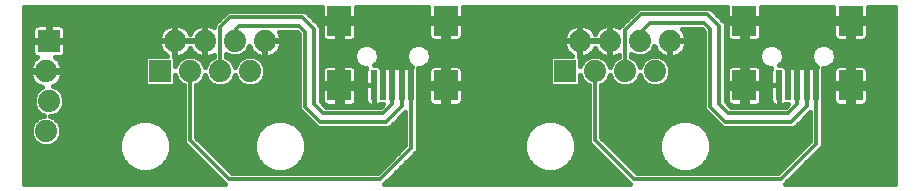
<source format=gtl>
G75*
G70*
%OFA0B0*%
%FSLAX24Y24*%
%IPPOS*%
%LPD*%
%AMOC8*
5,1,8,0,0,1.08239X$1,22.5*
%
%ADD10C,0.0740*%
%ADD11R,0.0740X0.0740*%
%ADD12R,0.0197X0.0984*%
%ADD13R,0.0787X0.0984*%
%ADD14C,0.0160*%
%ADD15C,0.0376*%
%ADD16C,0.0140*%
D10*
X001130Y004892D03*
X001230Y005892D03*
X001130Y006892D03*
X005430Y007892D03*
X006430Y007892D03*
X007430Y007892D03*
X008430Y007892D03*
X007930Y006892D03*
X006930Y006892D03*
X005930Y006892D03*
X018930Y007892D03*
X019930Y007892D03*
X020930Y007892D03*
X021930Y007892D03*
X021430Y006892D03*
X020430Y006892D03*
X019430Y006892D03*
D11*
X018430Y006892D03*
X004930Y006892D03*
X001230Y007892D03*
D12*
X012050Y006408D03*
X012365Y006408D03*
X012680Y006408D03*
X012995Y006408D03*
X013310Y006408D03*
X025550Y006408D03*
X025865Y006408D03*
X026180Y006408D03*
X026495Y006408D03*
X026810Y006408D03*
D13*
X027952Y006408D03*
X024408Y006408D03*
X024408Y008573D03*
X027952Y008573D03*
X014452Y008573D03*
X010908Y008573D03*
X010908Y006408D03*
X014452Y006408D03*
D14*
X000410Y009032D02*
X000410Y003122D01*
X007103Y003122D01*
X005720Y004505D01*
X005720Y006427D01*
X005641Y006460D01*
X005498Y006603D01*
X005440Y006742D01*
X005440Y006464D01*
X005358Y006382D01*
X004502Y006382D01*
X004420Y006464D01*
X004420Y007320D01*
X004502Y007402D01*
X005180Y007402D01*
X005142Y007422D01*
X005072Y007472D01*
X005010Y007534D01*
X004960Y007604D01*
X004920Y007681D01*
X004894Y007763D01*
X004880Y007849D01*
X004880Y007874D01*
X005412Y007874D01*
X005412Y007910D01*
X004880Y007910D01*
X004880Y007935D01*
X004894Y008021D01*
X004920Y008103D01*
X004960Y008180D01*
X005010Y008250D01*
X005072Y008311D01*
X005142Y008362D01*
X005219Y008402D01*
X005301Y008428D01*
X005387Y008442D01*
X005412Y008442D01*
X005412Y007910D01*
X005448Y007910D01*
X005448Y008442D01*
X005473Y008442D01*
X005559Y008428D01*
X005641Y008402D01*
X005718Y008362D01*
X005788Y008311D01*
X005850Y008250D01*
X005900Y008180D01*
X005930Y008122D01*
X005960Y008180D01*
X006010Y008250D01*
X006072Y008311D01*
X006142Y008362D01*
X006219Y008402D01*
X006301Y008428D01*
X006387Y008442D01*
X006412Y008442D01*
X006412Y007910D01*
X006448Y007910D01*
X006448Y008442D01*
X006473Y008442D01*
X006559Y008428D01*
X006641Y008402D01*
X006718Y008362D01*
X006720Y008361D01*
X006720Y008429D01*
X006843Y008552D01*
X007193Y008902D01*
X009767Y008902D01*
X009890Y008779D01*
X010290Y008379D01*
X010290Y005879D01*
X010467Y005702D01*
X012293Y005702D01*
X012367Y005776D01*
X012263Y005776D01*
X012259Y005772D01*
X012218Y005748D01*
X012172Y005736D01*
X012050Y005736D01*
X012050Y006408D01*
X012050Y006408D01*
X011772Y006408D01*
X011772Y006924D01*
X011784Y006969D01*
X011793Y006985D01*
X011733Y006985D01*
X011583Y007047D01*
X011469Y007161D01*
X011407Y007311D01*
X011407Y007473D01*
X011469Y007623D01*
X011583Y007737D01*
X011733Y007799D01*
X011895Y007799D01*
X012044Y007737D01*
X012159Y007623D01*
X012221Y007473D01*
X012221Y007311D01*
X012159Y007161D01*
X012078Y007080D01*
X012172Y007080D01*
X012218Y007068D01*
X012259Y007044D01*
X012263Y007040D01*
X012521Y007040D01*
X012523Y007039D01*
X012524Y007040D01*
X012836Y007040D01*
X012837Y007039D01*
X012839Y007040D01*
X013151Y007040D01*
X013152Y007039D01*
X013154Y007040D01*
X013332Y007040D01*
X013316Y007047D01*
X013201Y007161D01*
X013139Y007311D01*
X013139Y007473D01*
X013201Y007623D01*
X013316Y007737D01*
X013465Y007799D01*
X013627Y007799D01*
X013777Y007737D01*
X013891Y007623D01*
X013953Y007473D01*
X013953Y007311D01*
X013891Y007161D01*
X013777Y007047D01*
X013627Y006985D01*
X013521Y006985D01*
X013548Y006958D01*
X013548Y005858D01*
X013520Y005829D01*
X013520Y004235D01*
X012490Y003205D01*
X012407Y003122D01*
X020603Y003122D01*
X019343Y004382D01*
X019220Y004505D01*
X019220Y006427D01*
X019141Y006460D01*
X018998Y006603D01*
X018940Y006742D01*
X018940Y006464D01*
X018858Y006382D01*
X018002Y006382D01*
X017920Y006464D01*
X017920Y007320D01*
X018002Y007402D01*
X018680Y007402D01*
X018642Y007422D01*
X018572Y007472D01*
X018510Y007534D01*
X018460Y007604D01*
X018420Y007681D01*
X018394Y007763D01*
X018380Y007849D01*
X018380Y007874D01*
X018912Y007874D01*
X018912Y007910D01*
X018380Y007910D01*
X018380Y007935D01*
X018394Y008021D01*
X018420Y008103D01*
X018460Y008180D01*
X018510Y008250D01*
X018572Y008311D01*
X018642Y008362D01*
X018719Y008402D01*
X018801Y008428D01*
X018887Y008442D01*
X018912Y008442D01*
X018912Y007910D01*
X018948Y007910D01*
X019380Y007910D01*
X019912Y007910D01*
X019912Y007874D01*
X018948Y007874D01*
X018948Y007910D01*
X018948Y008442D01*
X018973Y008442D01*
X019059Y008428D01*
X019141Y008402D01*
X019218Y008362D01*
X019288Y008311D01*
X019350Y008250D01*
X019400Y008180D01*
X019430Y008122D01*
X019460Y008180D01*
X019510Y008250D01*
X019572Y008311D01*
X019642Y008362D01*
X019719Y008402D01*
X019801Y008428D01*
X019887Y008442D01*
X019912Y008442D01*
X019912Y007910D01*
X019948Y007910D01*
X019948Y008442D01*
X019973Y008442D01*
X020059Y008428D01*
X020141Y008402D01*
X020218Y008362D01*
X020239Y008348D01*
X020343Y008452D01*
X020893Y009002D01*
X023267Y009002D01*
X023390Y008879D01*
X023790Y008479D01*
X023790Y005879D01*
X023967Y005702D01*
X025793Y005702D01*
X025867Y005776D01*
X025763Y005776D01*
X025759Y005772D01*
X025718Y005748D01*
X025672Y005736D01*
X025550Y005736D01*
X025550Y006408D01*
X025550Y006408D01*
X025272Y006408D01*
X025272Y006924D01*
X025284Y006969D01*
X025293Y006985D01*
X025233Y006985D01*
X025083Y007047D01*
X024969Y007161D01*
X024907Y007311D01*
X024907Y007473D01*
X024969Y007623D01*
X025083Y007737D01*
X025233Y007799D01*
X025395Y007799D01*
X025544Y007737D01*
X025659Y007623D01*
X025721Y007473D01*
X025721Y007311D01*
X025659Y007161D01*
X025578Y007080D01*
X025672Y007080D01*
X025718Y007068D01*
X025759Y007044D01*
X025763Y007040D01*
X026021Y007040D01*
X026023Y007039D01*
X026024Y007040D01*
X026336Y007040D01*
X026337Y007039D01*
X026339Y007040D01*
X026651Y007040D01*
X026652Y007039D01*
X026654Y007040D01*
X026832Y007040D01*
X026816Y007047D01*
X026701Y007161D01*
X026639Y007311D01*
X026639Y007473D01*
X026701Y007623D01*
X026816Y007737D01*
X026965Y007799D01*
X027127Y007799D01*
X027277Y007737D01*
X027391Y007623D01*
X027453Y007473D01*
X027453Y007311D01*
X027391Y007161D01*
X027277Y007047D01*
X027127Y006985D01*
X027021Y006985D01*
X027048Y006958D01*
X027048Y005858D01*
X027020Y005829D01*
X027020Y004385D01*
X025840Y003205D01*
X025757Y003122D01*
X029442Y003122D01*
X029442Y009032D01*
X028525Y009032D01*
X028525Y008653D01*
X028032Y008653D01*
X028032Y008493D01*
X028525Y008493D01*
X028525Y008057D01*
X028513Y008011D01*
X028489Y007970D01*
X028456Y007937D01*
X028415Y007913D01*
X028369Y007901D01*
X028032Y007901D01*
X028032Y008493D01*
X027872Y008493D01*
X027872Y007901D01*
X027534Y007901D01*
X027488Y007913D01*
X027447Y007937D01*
X027414Y007970D01*
X027390Y008011D01*
X027378Y008057D01*
X027378Y008493D01*
X027872Y008493D01*
X027872Y008653D01*
X027378Y008653D01*
X027378Y009032D01*
X024982Y009032D01*
X024982Y008653D01*
X024488Y008653D01*
X024488Y008493D01*
X024488Y007901D01*
X024826Y007901D01*
X024872Y007913D01*
X024913Y007937D01*
X024946Y007970D01*
X024970Y008011D01*
X024982Y008057D01*
X024982Y008493D01*
X024488Y008493D01*
X024328Y008493D01*
X023835Y008493D01*
X023835Y008057D01*
X023847Y008011D01*
X023871Y007970D01*
X023904Y007937D01*
X023945Y007913D01*
X023991Y007901D01*
X024328Y007901D01*
X024328Y008493D01*
X024328Y008653D01*
X023835Y008653D01*
X023835Y009032D01*
X015025Y009032D01*
X015025Y008653D01*
X014532Y008653D01*
X014532Y008493D01*
X015025Y008493D01*
X015025Y008057D01*
X015013Y008011D01*
X014989Y007970D01*
X014956Y007937D01*
X014915Y007913D01*
X014869Y007901D01*
X014532Y007901D01*
X014532Y008493D01*
X014372Y008493D01*
X014372Y007901D01*
X014034Y007901D01*
X013988Y007913D01*
X013947Y007937D01*
X013914Y007970D01*
X013890Y008011D01*
X013878Y008057D01*
X013878Y008493D01*
X014372Y008493D01*
X014372Y008653D01*
X013878Y008653D01*
X013878Y009032D01*
X011482Y009032D01*
X011482Y008653D01*
X010988Y008653D01*
X010988Y008493D01*
X010988Y007901D01*
X011326Y007901D01*
X011372Y007913D01*
X011413Y007937D01*
X011446Y007970D01*
X011470Y008011D01*
X011482Y008057D01*
X011482Y008493D01*
X010988Y008493D01*
X010828Y008493D01*
X010335Y008493D01*
X010335Y008057D01*
X010347Y008011D01*
X010371Y007970D01*
X010404Y007937D01*
X010445Y007913D01*
X010491Y007901D01*
X010828Y007901D01*
X010828Y008493D01*
X010828Y008653D01*
X010335Y008653D01*
X010335Y009032D01*
X000410Y009032D01*
X000410Y008915D02*
X010335Y008915D01*
X010335Y008756D02*
X009912Y008756D01*
X010071Y008598D02*
X010828Y008598D01*
X010988Y008598D02*
X014372Y008598D01*
X014532Y008598D02*
X020489Y008598D01*
X020648Y008756D02*
X015025Y008756D01*
X015025Y008915D02*
X020806Y008915D01*
X020331Y008439D02*
X019989Y008439D01*
X019948Y008439D02*
X019912Y008439D01*
X019871Y008439D02*
X018989Y008439D01*
X018948Y008439D02*
X018912Y008439D01*
X018871Y008439D02*
X015025Y008439D01*
X015025Y008281D02*
X018541Y008281D01*
X018912Y008281D02*
X018948Y008281D01*
X019319Y008281D02*
X019541Y008281D01*
X019912Y008281D02*
X019948Y008281D01*
X019948Y008122D02*
X019912Y008122D01*
X019430Y008122D02*
X019430Y008122D01*
X018948Y008122D02*
X018912Y008122D01*
X018912Y007964D02*
X018948Y007964D01*
X018948Y007874D02*
X018948Y007342D01*
X018973Y007342D01*
X019059Y007356D01*
X019141Y007382D01*
X019218Y007422D01*
X019288Y007472D01*
X019350Y007534D01*
X019400Y007604D01*
X019430Y007662D01*
X019460Y007604D01*
X019510Y007534D01*
X019572Y007472D01*
X019642Y007422D01*
X019719Y007382D01*
X019801Y007356D01*
X019887Y007342D01*
X019912Y007342D01*
X019912Y007874D01*
X019948Y007874D01*
X019948Y007342D01*
X019973Y007342D01*
X020059Y007356D01*
X020141Y007382D01*
X020218Y007422D01*
X020220Y007423D01*
X020220Y007357D01*
X020141Y007324D01*
X019998Y007181D01*
X019930Y007018D01*
X019862Y007181D01*
X019719Y007324D01*
X019531Y007402D01*
X019329Y007402D01*
X019141Y007324D01*
X018998Y007181D01*
X018940Y007042D01*
X018940Y007320D01*
X018912Y007348D01*
X018912Y007874D01*
X018948Y007874D01*
X018948Y007805D02*
X018912Y007805D01*
X018912Y007647D02*
X018948Y007647D01*
X018948Y007488D02*
X018912Y007488D01*
X018930Y007330D02*
X019155Y007330D01*
X019304Y007488D02*
X019556Y007488D01*
X019705Y007330D02*
X020155Y007330D01*
X019948Y007488D02*
X019912Y007488D01*
X019912Y007647D02*
X019948Y007647D01*
X019438Y007647D02*
X019422Y007647D01*
X019912Y007805D02*
X019948Y007805D01*
X019948Y007964D02*
X019912Y007964D01*
X020640Y007461D02*
X020641Y007460D01*
X020829Y007382D01*
X021031Y007382D01*
X021219Y007460D01*
X021362Y007603D01*
X021409Y007716D01*
X021420Y007681D01*
X021460Y007604D01*
X021510Y007534D01*
X021572Y007472D01*
X021642Y007422D01*
X021719Y007382D01*
X021801Y007356D01*
X021887Y007342D01*
X021912Y007342D01*
X021912Y007874D01*
X021948Y007874D01*
X021948Y007910D01*
X022480Y007910D01*
X022480Y007935D01*
X022466Y008021D01*
X022440Y008103D01*
X022400Y008180D01*
X022350Y008250D01*
X022318Y008282D01*
X022993Y008282D01*
X023070Y008205D01*
X023070Y005605D01*
X023193Y005482D01*
X023693Y004982D01*
X026067Y004982D01*
X026190Y005105D01*
X026600Y005515D01*
X026600Y004559D01*
X025543Y003502D01*
X020817Y003502D01*
X019640Y004679D01*
X019640Y006427D01*
X019719Y006460D01*
X019862Y006603D01*
X019930Y006766D01*
X019998Y006603D01*
X020141Y006460D01*
X020329Y006382D01*
X020531Y006382D01*
X020719Y006460D01*
X020862Y006603D01*
X020930Y006766D01*
X020998Y006603D01*
X021141Y006460D01*
X021329Y006382D01*
X021531Y006382D01*
X021719Y006460D01*
X021862Y006603D01*
X021940Y006791D01*
X021940Y006993D01*
X021862Y007181D01*
X021719Y007324D01*
X021531Y007402D01*
X021329Y007402D01*
X021141Y007324D01*
X020998Y007181D01*
X020930Y007018D01*
X020862Y007181D01*
X020719Y007324D01*
X020640Y007357D01*
X020640Y007461D01*
X020705Y007330D02*
X021155Y007330D01*
X021248Y007488D02*
X021556Y007488D01*
X021705Y007330D02*
X023070Y007330D01*
X023070Y007488D02*
X022304Y007488D01*
X022288Y007472D02*
X022350Y007534D01*
X022400Y007604D01*
X022440Y007681D01*
X022466Y007763D01*
X022480Y007849D01*
X022480Y007874D01*
X021948Y007874D01*
X021948Y007342D01*
X021973Y007342D01*
X022059Y007356D01*
X022141Y007382D01*
X022218Y007422D01*
X022288Y007472D01*
X021948Y007488D02*
X021912Y007488D01*
X021912Y007647D02*
X021948Y007647D01*
X021948Y007805D02*
X021912Y007805D01*
X021438Y007647D02*
X021381Y007647D01*
X022422Y007647D02*
X023070Y007647D01*
X023070Y007805D02*
X022473Y007805D01*
X022475Y007964D02*
X023070Y007964D01*
X023070Y008122D02*
X022430Y008122D01*
X022319Y008281D02*
X022994Y008281D01*
X023790Y008281D02*
X023835Y008281D01*
X023835Y008439D02*
X023790Y008439D01*
X023671Y008598D02*
X024328Y008598D01*
X024488Y008598D02*
X027872Y008598D01*
X028032Y008598D02*
X029442Y008598D01*
X029442Y008756D02*
X028525Y008756D01*
X028525Y008915D02*
X029442Y008915D01*
X029442Y008439D02*
X028525Y008439D01*
X028525Y008281D02*
X029442Y008281D01*
X029442Y008122D02*
X028525Y008122D01*
X028483Y007964D02*
X029442Y007964D01*
X029442Y007805D02*
X023790Y007805D01*
X023790Y007964D02*
X023877Y007964D01*
X023835Y008122D02*
X023790Y008122D01*
X024328Y008122D02*
X024488Y008122D01*
X024982Y008122D02*
X027378Y008122D01*
X027378Y008281D02*
X024982Y008281D01*
X024982Y008439D02*
X027378Y008439D01*
X027872Y008439D02*
X028032Y008439D01*
X028032Y008281D02*
X027872Y008281D01*
X027872Y008122D02*
X028032Y008122D01*
X028032Y007964D02*
X027872Y007964D01*
X027420Y007964D02*
X024940Y007964D01*
X024488Y007964D02*
X024328Y007964D01*
X023790Y007647D02*
X024993Y007647D01*
X024913Y007488D02*
X023790Y007488D01*
X023790Y007330D02*
X024907Y007330D01*
X024964Y007171D02*
X023790Y007171D01*
X023790Y007013D02*
X023873Y007013D01*
X023871Y007010D02*
X023847Y006969D01*
X023835Y006924D01*
X023835Y006488D01*
X024328Y006488D01*
X024328Y006328D01*
X023835Y006328D01*
X023835Y005892D01*
X023847Y005846D01*
X023871Y005805D01*
X023904Y005772D01*
X023945Y005748D01*
X023991Y005736D01*
X024328Y005736D01*
X024328Y006328D01*
X024488Y006328D01*
X024488Y005736D01*
X024826Y005736D01*
X024872Y005748D01*
X024913Y005772D01*
X024946Y005805D01*
X024970Y005846D01*
X024982Y005892D01*
X024982Y006328D01*
X024488Y006328D01*
X024488Y006488D01*
X024328Y006488D01*
X024328Y007080D01*
X023991Y007080D01*
X023945Y007068D01*
X023904Y007044D01*
X023871Y007010D01*
X023835Y006854D02*
X023790Y006854D01*
X023790Y006696D02*
X023835Y006696D01*
X023835Y006537D02*
X023790Y006537D01*
X023790Y006379D02*
X024328Y006379D01*
X024328Y006220D02*
X024488Y006220D01*
X024488Y006379D02*
X025272Y006379D01*
X025272Y006408D02*
X025272Y005892D01*
X025284Y005846D01*
X025308Y005805D01*
X025341Y005772D01*
X025382Y005748D01*
X025428Y005736D01*
X025550Y005736D01*
X025550Y006408D01*
X025272Y006408D01*
X025272Y006537D02*
X024982Y006537D01*
X024982Y006488D02*
X024488Y006488D01*
X024488Y007080D01*
X024826Y007080D01*
X024872Y007068D01*
X024913Y007044D01*
X024946Y007010D01*
X024970Y006969D01*
X024982Y006924D01*
X024982Y006488D01*
X024488Y006537D02*
X024328Y006537D01*
X024328Y006696D02*
X024488Y006696D01*
X024982Y006696D02*
X025272Y006696D01*
X025272Y006854D02*
X024982Y006854D01*
X024488Y006854D02*
X024328Y006854D01*
X024328Y007013D02*
X024488Y007013D01*
X024943Y007013D02*
X025165Y007013D01*
X025663Y007171D02*
X026697Y007171D01*
X026639Y007330D02*
X025721Y007330D01*
X025715Y007488D02*
X026645Y007488D01*
X026725Y007647D02*
X025635Y007647D01*
X027195Y007013D02*
X027417Y007013D01*
X027414Y007010D02*
X027390Y006969D01*
X027378Y006924D01*
X027378Y006488D01*
X027872Y006488D01*
X027872Y007080D01*
X027534Y007080D01*
X027488Y007068D01*
X027447Y007044D01*
X027414Y007010D01*
X027396Y007171D02*
X029442Y007171D01*
X029442Y007013D02*
X028487Y007013D01*
X028489Y007010D02*
X028456Y007044D01*
X028415Y007068D01*
X028369Y007080D01*
X028032Y007080D01*
X028032Y006488D01*
X028525Y006488D01*
X028525Y006924D01*
X028513Y006969D01*
X028489Y007010D01*
X028525Y006854D02*
X029442Y006854D01*
X029442Y006696D02*
X028525Y006696D01*
X028525Y006537D02*
X029442Y006537D01*
X029442Y006379D02*
X028032Y006379D01*
X028032Y006328D02*
X028032Y006488D01*
X027872Y006488D01*
X027872Y006328D01*
X028032Y006328D01*
X028525Y006328D01*
X028525Y005892D01*
X028513Y005846D01*
X028489Y005805D01*
X028456Y005772D01*
X028415Y005748D01*
X028369Y005736D01*
X028032Y005736D01*
X028032Y006328D01*
X028032Y006220D02*
X027872Y006220D01*
X027872Y006328D02*
X027872Y005736D01*
X027534Y005736D01*
X027488Y005748D01*
X027447Y005772D01*
X027414Y005805D01*
X027390Y005846D01*
X027378Y005892D01*
X027378Y006328D01*
X027872Y006328D01*
X027872Y006379D02*
X027048Y006379D01*
X027048Y006220D02*
X027378Y006220D01*
X027378Y006062D02*
X027048Y006062D01*
X027048Y005903D02*
X027378Y005903D01*
X027499Y005745D02*
X027020Y005745D01*
X027020Y005586D02*
X029442Y005586D01*
X029442Y005428D02*
X027020Y005428D01*
X026600Y005428D02*
X026513Y005428D01*
X026600Y005269D02*
X026354Y005269D01*
X026196Y005111D02*
X026600Y005111D01*
X026600Y004952D02*
X023086Y004952D01*
X023159Y004879D02*
X022917Y005121D01*
X022601Y005252D01*
X022259Y005252D01*
X021943Y005121D01*
X021701Y004879D01*
X021570Y004563D01*
X021570Y004221D01*
X021701Y003905D01*
X021943Y003663D01*
X022259Y003532D01*
X022601Y003532D01*
X022917Y003663D01*
X023159Y003905D01*
X023290Y004221D01*
X023290Y004563D01*
X023159Y004879D01*
X023194Y004794D02*
X026600Y004794D01*
X026600Y004635D02*
X023260Y004635D01*
X023290Y004477D02*
X026518Y004477D01*
X026360Y004318D02*
X023290Y004318D01*
X023265Y004160D02*
X026201Y004160D01*
X026043Y004001D02*
X023199Y004001D01*
X023097Y003843D02*
X025884Y003843D01*
X025726Y003684D02*
X022939Y003684D01*
X021921Y003684D02*
X020634Y003684D01*
X020476Y003843D02*
X021763Y003843D01*
X021661Y004001D02*
X020317Y004001D01*
X020159Y004160D02*
X021595Y004160D01*
X021570Y004318D02*
X020000Y004318D01*
X019565Y004160D02*
X018765Y004160D01*
X018790Y004221D02*
X018659Y003905D01*
X018417Y003663D01*
X018101Y003532D01*
X017759Y003532D01*
X017443Y003663D01*
X017201Y003905D01*
X017070Y004221D01*
X017070Y004563D01*
X017201Y004879D01*
X017443Y005121D01*
X017759Y005252D01*
X018101Y005252D01*
X018417Y005121D01*
X018659Y004879D01*
X018790Y004563D01*
X018790Y004221D01*
X018790Y004318D02*
X019407Y004318D01*
X019248Y004477D02*
X018790Y004477D01*
X018760Y004635D02*
X019220Y004635D01*
X019220Y004794D02*
X018694Y004794D01*
X018586Y004952D02*
X019220Y004952D01*
X019220Y005111D02*
X018427Y005111D01*
X019220Y005269D02*
X013520Y005269D01*
X013520Y005111D02*
X017433Y005111D01*
X017274Y004952D02*
X013520Y004952D01*
X013520Y004794D02*
X017166Y004794D01*
X017100Y004635D02*
X013520Y004635D01*
X013520Y004477D02*
X017070Y004477D01*
X017070Y004318D02*
X013520Y004318D01*
X013445Y004160D02*
X017095Y004160D01*
X017161Y004001D02*
X013286Y004001D01*
X013128Y003843D02*
X017263Y003843D01*
X017421Y003684D02*
X012969Y003684D01*
X012811Y003526D02*
X020199Y003526D01*
X020358Y003367D02*
X012652Y003367D01*
X012494Y003209D02*
X020516Y003209D01*
X020793Y003526D02*
X025567Y003526D01*
X026002Y003367D02*
X029442Y003367D01*
X029442Y003526D02*
X026161Y003526D01*
X026319Y003684D02*
X029442Y003684D01*
X029442Y003843D02*
X026478Y003843D01*
X026636Y004001D02*
X029442Y004001D01*
X029442Y004160D02*
X026795Y004160D01*
X026953Y004318D02*
X029442Y004318D01*
X029442Y004477D02*
X027020Y004477D01*
X027020Y004635D02*
X029442Y004635D01*
X029442Y004794D02*
X027020Y004794D01*
X027020Y004952D02*
X029442Y004952D01*
X029442Y005111D02*
X027020Y005111D01*
X027020Y005269D02*
X029442Y005269D01*
X029442Y005745D02*
X028404Y005745D01*
X028525Y005903D02*
X029442Y005903D01*
X029442Y006062D02*
X028525Y006062D01*
X028525Y006220D02*
X029442Y006220D01*
X028032Y006062D02*
X027872Y006062D01*
X027872Y005903D02*
X028032Y005903D01*
X028032Y005745D02*
X027872Y005745D01*
X025836Y005745D02*
X025707Y005745D01*
X025550Y005745D02*
X025550Y005745D01*
X025393Y005745D02*
X024861Y005745D01*
X024982Y005903D02*
X025272Y005903D01*
X025550Y005903D02*
X025550Y005903D01*
X025550Y006062D02*
X025550Y006062D01*
X025272Y006062D02*
X024982Y006062D01*
X024488Y006062D02*
X024328Y006062D01*
X024328Y005903D02*
X024488Y005903D01*
X024488Y005745D02*
X024328Y005745D01*
X023956Y005745D02*
X023924Y005745D01*
X023835Y005903D02*
X023790Y005903D01*
X023790Y006062D02*
X023835Y006062D01*
X023835Y006220D02*
X023790Y006220D01*
X023070Y006220D02*
X019640Y006220D01*
X019640Y006379D02*
X023070Y006379D01*
X023070Y006537D02*
X021797Y006537D01*
X021901Y006696D02*
X023070Y006696D01*
X023070Y006854D02*
X021940Y006854D01*
X021932Y007013D02*
X023070Y007013D01*
X023070Y007171D02*
X021866Y007171D01*
X020994Y007171D02*
X020866Y007171D01*
X019994Y007171D02*
X019866Y007171D01*
X018994Y007171D02*
X018940Y007171D01*
X018556Y007488D02*
X013947Y007488D01*
X013953Y007330D02*
X017930Y007330D01*
X017920Y007171D02*
X013896Y007171D01*
X013947Y007044D02*
X013914Y007010D01*
X013890Y006969D01*
X013878Y006924D01*
X013878Y006488D01*
X014372Y006488D01*
X014372Y007080D01*
X014034Y007080D01*
X013988Y007068D01*
X013947Y007044D01*
X013917Y007013D02*
X013695Y007013D01*
X013197Y007171D02*
X012163Y007171D01*
X011665Y007013D02*
X011443Y007013D01*
X011446Y007010D02*
X011413Y007044D01*
X011372Y007068D01*
X011326Y007080D01*
X010988Y007080D01*
X010988Y006488D01*
X010828Y006488D01*
X010828Y006328D01*
X010335Y006328D01*
X010335Y005892D01*
X010347Y005846D01*
X010371Y005805D01*
X010404Y005772D01*
X010445Y005748D01*
X010491Y005736D01*
X010828Y005736D01*
X010828Y006328D01*
X010988Y006328D01*
X010988Y005736D01*
X011326Y005736D01*
X011372Y005748D01*
X011413Y005772D01*
X011446Y005805D01*
X011470Y005846D01*
X011482Y005892D01*
X011482Y006328D01*
X010988Y006328D01*
X010988Y006488D01*
X011482Y006488D01*
X011482Y006924D01*
X011470Y006969D01*
X011446Y007010D01*
X011464Y007171D02*
X010290Y007171D01*
X010290Y007013D02*
X010373Y007013D01*
X010371Y007010D02*
X010347Y006969D01*
X010335Y006924D01*
X010335Y006488D01*
X010828Y006488D01*
X010828Y007080D01*
X010491Y007080D01*
X010445Y007068D01*
X010404Y007044D01*
X010371Y007010D01*
X010335Y006854D02*
X010290Y006854D01*
X010290Y006696D02*
X010335Y006696D01*
X010335Y006537D02*
X010290Y006537D01*
X010290Y006379D02*
X010828Y006379D01*
X010828Y006220D02*
X010988Y006220D01*
X010988Y006379D02*
X011772Y006379D01*
X011772Y006408D02*
X011772Y005892D01*
X011784Y005846D01*
X011808Y005805D01*
X011841Y005772D01*
X011882Y005748D01*
X011928Y005736D01*
X012050Y005736D01*
X012050Y006408D01*
X011772Y006408D01*
X011772Y006537D02*
X011482Y006537D01*
X011482Y006696D02*
X011772Y006696D01*
X011772Y006854D02*
X011482Y006854D01*
X010988Y006854D02*
X010828Y006854D01*
X010828Y006696D02*
X010988Y006696D01*
X010988Y006537D02*
X010828Y006537D01*
X010335Y006220D02*
X010290Y006220D01*
X010290Y006062D02*
X010335Y006062D01*
X010335Y005903D02*
X010290Y005903D01*
X010424Y005745D02*
X010456Y005745D01*
X010828Y005745D02*
X010988Y005745D01*
X010988Y005903D02*
X010828Y005903D01*
X010828Y006062D02*
X010988Y006062D01*
X011482Y006062D02*
X011772Y006062D01*
X012050Y006062D02*
X012050Y006062D01*
X012050Y006220D02*
X012050Y006220D01*
X012050Y006379D02*
X012050Y006379D01*
X012050Y006408D02*
X012050Y006408D01*
X011772Y006220D02*
X011482Y006220D01*
X011482Y005903D02*
X011772Y005903D01*
X011893Y005745D02*
X011361Y005745D01*
X012050Y005745D02*
X012050Y005745D01*
X012207Y005745D02*
X012336Y005745D01*
X012050Y005903D02*
X012050Y005903D01*
X012690Y005105D02*
X013100Y005515D01*
X013100Y004409D01*
X012193Y003502D01*
X007317Y003502D01*
X006140Y004679D01*
X006140Y006427D01*
X006219Y006460D01*
X006362Y006603D01*
X006430Y006766D01*
X006498Y006603D01*
X006641Y006460D01*
X006829Y006382D01*
X007031Y006382D01*
X007219Y006460D01*
X007362Y006603D01*
X007430Y006766D01*
X007498Y006603D01*
X007641Y006460D01*
X007829Y006382D01*
X008031Y006382D01*
X008219Y006460D01*
X008362Y006603D01*
X008440Y006791D01*
X008440Y006993D01*
X008362Y007181D01*
X008219Y007324D01*
X008031Y007402D01*
X007829Y007402D01*
X007641Y007324D01*
X007498Y007181D01*
X007430Y007018D01*
X007362Y007181D01*
X007219Y007324D01*
X007140Y007357D01*
X007140Y007461D01*
X007141Y007460D01*
X007329Y007382D01*
X007531Y007382D01*
X007719Y007460D01*
X007862Y007603D01*
X007909Y007716D01*
X007920Y007681D01*
X007960Y007604D01*
X008010Y007534D01*
X008072Y007472D01*
X008142Y007422D01*
X008219Y007382D01*
X008301Y007356D01*
X008387Y007342D01*
X008412Y007342D01*
X008412Y007874D01*
X008448Y007874D01*
X008448Y007910D01*
X008980Y007910D01*
X008980Y007935D01*
X008966Y008021D01*
X008940Y008103D01*
X008900Y008180D01*
X008899Y008182D01*
X009493Y008182D01*
X009570Y008105D01*
X009570Y005605D01*
X009693Y005482D01*
X010193Y004982D01*
X012567Y004982D01*
X012690Y005105D01*
X012696Y005111D02*
X013100Y005111D01*
X013100Y004952D02*
X009586Y004952D01*
X009659Y004879D02*
X009417Y005121D01*
X009101Y005252D01*
X008759Y005252D01*
X008443Y005121D01*
X008201Y004879D01*
X008070Y004563D01*
X008070Y004221D01*
X008201Y003905D01*
X008443Y003663D01*
X008759Y003532D01*
X009101Y003532D01*
X009417Y003663D01*
X009659Y003905D01*
X009790Y004221D01*
X009790Y004563D01*
X009659Y004879D01*
X009694Y004794D02*
X013100Y004794D01*
X013100Y004635D02*
X009760Y004635D01*
X009790Y004477D02*
X013100Y004477D01*
X013010Y004318D02*
X009790Y004318D01*
X009765Y004160D02*
X012851Y004160D01*
X012693Y004001D02*
X009699Y004001D01*
X009597Y003843D02*
X012534Y003843D01*
X012376Y003684D02*
X009439Y003684D01*
X008421Y003684D02*
X007134Y003684D01*
X006976Y003843D02*
X008263Y003843D01*
X008161Y004001D02*
X006817Y004001D01*
X006659Y004160D02*
X008095Y004160D01*
X008070Y004318D02*
X006500Y004318D01*
X006065Y004160D02*
X005265Y004160D01*
X005290Y004221D02*
X005159Y003905D01*
X004917Y003663D01*
X004601Y003532D01*
X004259Y003532D01*
X003943Y003663D01*
X003701Y003905D01*
X003570Y004221D01*
X003570Y004563D01*
X003701Y004879D01*
X003943Y005121D01*
X004259Y005252D01*
X004601Y005252D01*
X004917Y005121D01*
X005159Y004879D01*
X005290Y004563D01*
X005290Y004221D01*
X005290Y004318D02*
X005907Y004318D01*
X005748Y004477D02*
X005290Y004477D01*
X005260Y004635D02*
X005720Y004635D01*
X005720Y004794D02*
X005194Y004794D01*
X005086Y004952D02*
X005720Y004952D01*
X005720Y005111D02*
X004927Y005111D01*
X005720Y005269D02*
X001474Y005269D01*
X001419Y005324D02*
X001280Y005382D01*
X001331Y005382D01*
X001519Y005460D01*
X001662Y005603D01*
X001740Y005791D01*
X001740Y005993D01*
X001662Y006181D01*
X001519Y006324D01*
X001358Y006391D01*
X001418Y006422D01*
X001488Y006472D01*
X001550Y006534D01*
X001600Y006604D01*
X001640Y006681D01*
X001666Y006763D01*
X001680Y006849D01*
X001680Y006872D01*
X001150Y006872D01*
X001150Y006912D01*
X001680Y006912D01*
X001680Y006935D01*
X001666Y007021D01*
X001640Y007103D01*
X001600Y007180D01*
X001550Y007250D01*
X001488Y007311D01*
X001446Y007342D01*
X001624Y007342D01*
X001669Y007354D01*
X001711Y007378D01*
X001744Y007411D01*
X001768Y007452D01*
X001780Y007498D01*
X001780Y007872D01*
X001250Y007872D01*
X001250Y007912D01*
X001210Y007912D01*
X001210Y008442D01*
X000836Y008442D01*
X000791Y008430D01*
X000749Y008406D01*
X000716Y008372D01*
X000692Y008331D01*
X000680Y008286D01*
X000680Y007912D01*
X001210Y007912D01*
X001210Y007872D01*
X000680Y007872D01*
X000680Y007498D01*
X000692Y007452D01*
X000716Y007411D01*
X000749Y007378D01*
X000791Y007354D01*
X000820Y007346D01*
X000772Y007311D01*
X000710Y007250D01*
X000660Y007180D01*
X000620Y007103D01*
X000594Y007021D01*
X000580Y006935D01*
X000580Y006912D01*
X001110Y006912D01*
X001110Y006872D01*
X000580Y006872D01*
X000580Y006849D01*
X000594Y006763D01*
X000620Y006681D01*
X000660Y006604D01*
X000710Y006534D01*
X000772Y006472D01*
X000842Y006422D01*
X000919Y006382D01*
X001001Y006356D01*
X001012Y006354D01*
X000941Y006324D01*
X000798Y006181D01*
X000720Y005993D01*
X000720Y005791D01*
X000798Y005603D01*
X000941Y005460D01*
X001080Y005402D01*
X001029Y005402D01*
X000841Y005324D01*
X000698Y005181D01*
X000620Y004993D01*
X000620Y004791D01*
X000698Y004603D01*
X000841Y004460D01*
X001029Y004382D01*
X001231Y004382D01*
X001419Y004460D01*
X001562Y004603D01*
X001640Y004791D01*
X001640Y004993D01*
X001562Y005181D01*
X001419Y005324D01*
X001443Y005428D02*
X005720Y005428D01*
X005720Y005586D02*
X001646Y005586D01*
X001721Y005745D02*
X005720Y005745D01*
X005720Y005903D02*
X001740Y005903D01*
X001712Y006062D02*
X005720Y006062D01*
X006140Y006062D02*
X009570Y006062D01*
X009570Y006220D02*
X006140Y006220D01*
X006140Y006379D02*
X009570Y006379D01*
X009570Y006537D02*
X008297Y006537D01*
X008401Y006696D02*
X009570Y006696D01*
X009570Y006854D02*
X008440Y006854D01*
X008432Y007013D02*
X009570Y007013D01*
X009570Y007171D02*
X008366Y007171D01*
X008448Y007342D02*
X008473Y007342D01*
X008559Y007356D01*
X008641Y007382D01*
X008718Y007422D01*
X008788Y007472D01*
X008850Y007534D01*
X008900Y007604D01*
X008940Y007681D01*
X008966Y007763D01*
X008980Y007849D01*
X008980Y007874D01*
X008448Y007874D01*
X008448Y007342D01*
X008448Y007488D02*
X008412Y007488D01*
X008205Y007330D02*
X009570Y007330D01*
X009570Y007488D02*
X008804Y007488D01*
X008922Y007647D02*
X009570Y007647D01*
X009570Y007805D02*
X008973Y007805D01*
X008975Y007964D02*
X009570Y007964D01*
X009553Y008122D02*
X008930Y008122D01*
X008448Y007805D02*
X008412Y007805D01*
X008412Y007647D02*
X008448Y007647D01*
X008056Y007488D02*
X007748Y007488D01*
X007655Y007330D02*
X007205Y007330D01*
X007366Y007171D02*
X007494Y007171D01*
X006720Y007357D02*
X006720Y007423D01*
X006718Y007422D01*
X006641Y007382D01*
X006559Y007356D01*
X006473Y007342D01*
X006448Y007342D01*
X006448Y007874D01*
X006412Y007874D01*
X005448Y007874D01*
X005448Y007910D01*
X005980Y007910D01*
X006412Y007910D01*
X006412Y007874D01*
X006412Y007342D01*
X006387Y007342D01*
X006301Y007356D01*
X006219Y007382D01*
X006142Y007422D01*
X006072Y007472D01*
X006010Y007534D01*
X005960Y007604D01*
X005930Y007662D01*
X005900Y007604D01*
X005850Y007534D01*
X005788Y007472D01*
X005718Y007422D01*
X005641Y007382D01*
X005559Y007356D01*
X005473Y007342D01*
X005448Y007342D01*
X005448Y007874D01*
X005412Y007874D01*
X005412Y007348D01*
X005440Y007320D01*
X005440Y007042D01*
X005498Y007181D01*
X005641Y007324D01*
X005829Y007402D01*
X006031Y007402D01*
X006219Y007324D01*
X006362Y007181D01*
X006430Y007018D01*
X006498Y007181D01*
X006641Y007324D01*
X006720Y007357D01*
X006655Y007330D02*
X006205Y007330D01*
X006056Y007488D02*
X005804Y007488D01*
X005655Y007330D02*
X005430Y007330D01*
X005412Y007488D02*
X005448Y007488D01*
X005448Y007647D02*
X005412Y007647D01*
X005922Y007647D02*
X005938Y007647D01*
X006412Y007647D02*
X006448Y007647D01*
X006448Y007805D02*
X006412Y007805D01*
X006412Y007964D02*
X006448Y007964D01*
X006448Y008122D02*
X006412Y008122D01*
X006412Y008281D02*
X006448Y008281D01*
X006448Y008439D02*
X006412Y008439D01*
X006371Y008439D02*
X005489Y008439D01*
X005448Y008439D02*
X005412Y008439D01*
X005371Y008439D02*
X001633Y008439D01*
X001624Y008442D02*
X001250Y008442D01*
X001250Y007912D01*
X001780Y007912D01*
X001780Y008286D01*
X001768Y008331D01*
X001744Y008372D01*
X001711Y008406D01*
X001669Y008430D01*
X001624Y008442D01*
X001780Y008281D02*
X005041Y008281D01*
X004930Y008122D02*
X001780Y008122D01*
X001250Y008122D02*
X001210Y008122D01*
X001210Y007964D02*
X001250Y007964D01*
X001780Y007964D02*
X004885Y007964D01*
X004887Y007805D02*
X001780Y007805D01*
X001780Y007647D02*
X004938Y007647D01*
X005056Y007488D02*
X001777Y007488D01*
X001463Y007330D02*
X004430Y007330D01*
X004420Y007171D02*
X001605Y007171D01*
X001668Y007013D02*
X004420Y007013D01*
X004420Y006854D02*
X001680Y006854D01*
X001645Y006696D02*
X004420Y006696D01*
X004420Y006537D02*
X001552Y006537D01*
X001387Y006379D02*
X005720Y006379D01*
X005720Y006220D02*
X001623Y006220D01*
X000929Y006379D02*
X000410Y006379D01*
X000410Y006220D02*
X000837Y006220D01*
X000748Y006062D02*
X000410Y006062D01*
X000410Y005903D02*
X000720Y005903D01*
X000739Y005745D02*
X000410Y005745D01*
X000410Y005586D02*
X000814Y005586D01*
X001017Y005428D02*
X000410Y005428D01*
X000410Y005269D02*
X000786Y005269D01*
X000669Y005111D02*
X000410Y005111D01*
X000410Y004952D02*
X000620Y004952D01*
X000620Y004794D02*
X000410Y004794D01*
X000410Y004635D02*
X000684Y004635D01*
X000824Y004477D02*
X000410Y004477D01*
X000410Y004318D02*
X003570Y004318D01*
X003595Y004160D02*
X000410Y004160D01*
X000410Y004001D02*
X003661Y004001D01*
X003763Y003843D02*
X000410Y003843D01*
X000410Y003684D02*
X003921Y003684D01*
X004939Y003684D02*
X006541Y003684D01*
X006382Y003843D02*
X005097Y003843D01*
X005199Y004001D02*
X006224Y004001D01*
X006342Y004477D02*
X008070Y004477D01*
X008100Y004635D02*
X006183Y004635D01*
X006140Y004794D02*
X008166Y004794D01*
X008274Y004952D02*
X006140Y004952D01*
X006140Y005111D02*
X008433Y005111D01*
X009427Y005111D02*
X010064Y005111D01*
X009906Y005269D02*
X006140Y005269D01*
X006140Y005428D02*
X009747Y005428D01*
X009589Y005586D02*
X006140Y005586D01*
X006140Y005745D02*
X009570Y005745D01*
X009570Y005903D02*
X006140Y005903D01*
X006297Y006537D02*
X006563Y006537D01*
X006459Y006696D02*
X006401Y006696D01*
X005563Y006537D02*
X005440Y006537D01*
X005440Y006696D02*
X005459Y006696D01*
X005440Y007171D02*
X005494Y007171D01*
X006366Y007171D02*
X006494Y007171D01*
X006448Y007488D02*
X006412Y007488D01*
X005448Y007805D02*
X005412Y007805D01*
X005412Y007964D02*
X005448Y007964D01*
X005448Y008122D02*
X005412Y008122D01*
X005930Y008122D02*
X005930Y008122D01*
X005819Y008281D02*
X006041Y008281D01*
X006489Y008439D02*
X006731Y008439D01*
X006889Y008598D02*
X000410Y008598D01*
X000410Y008756D02*
X007048Y008756D01*
X005448Y008281D02*
X005412Y008281D01*
X007881Y007647D02*
X007938Y007647D01*
X010290Y007647D02*
X011493Y007647D01*
X011413Y007488D02*
X010290Y007488D01*
X010290Y007330D02*
X011407Y007330D01*
X012221Y007330D02*
X013139Y007330D01*
X013145Y007488D02*
X012215Y007488D01*
X012135Y007647D02*
X013225Y007647D01*
X013867Y007647D02*
X018438Y007647D01*
X018387Y007805D02*
X010290Y007805D01*
X010290Y007964D02*
X010377Y007964D01*
X010335Y008122D02*
X010290Y008122D01*
X010290Y008281D02*
X010335Y008281D01*
X010335Y008439D02*
X010229Y008439D01*
X010828Y008439D02*
X010988Y008439D01*
X010988Y008281D02*
X010828Y008281D01*
X010828Y008122D02*
X010988Y008122D01*
X010988Y007964D02*
X010828Y007964D01*
X011440Y007964D02*
X013920Y007964D01*
X013878Y008122D02*
X011482Y008122D01*
X011482Y008281D02*
X013878Y008281D01*
X013878Y008439D02*
X011482Y008439D01*
X011482Y008756D02*
X013878Y008756D01*
X013878Y008915D02*
X011482Y008915D01*
X014372Y008439D02*
X014532Y008439D01*
X014532Y008281D02*
X014372Y008281D01*
X014372Y008122D02*
X014532Y008122D01*
X014532Y007964D02*
X014372Y007964D01*
X014983Y007964D02*
X018385Y007964D01*
X018430Y008122D02*
X015025Y008122D01*
X014869Y007080D02*
X014532Y007080D01*
X014532Y006488D01*
X015025Y006488D01*
X015025Y006924D01*
X015013Y006969D01*
X014989Y007010D01*
X014956Y007044D01*
X014915Y007068D01*
X014869Y007080D01*
X014987Y007013D02*
X017920Y007013D01*
X017920Y006854D02*
X015025Y006854D01*
X015025Y006696D02*
X017920Y006696D01*
X017920Y006537D02*
X015025Y006537D01*
X015025Y006328D02*
X014532Y006328D01*
X014532Y006488D01*
X014372Y006488D01*
X014372Y006328D01*
X014532Y006328D01*
X014532Y005736D01*
X014869Y005736D01*
X014915Y005748D01*
X014956Y005772D01*
X014989Y005805D01*
X015013Y005846D01*
X015025Y005892D01*
X015025Y006328D01*
X015025Y006220D02*
X019220Y006220D01*
X019220Y006379D02*
X014532Y006379D01*
X014532Y006220D02*
X014372Y006220D01*
X014372Y006328D02*
X014372Y005736D01*
X014034Y005736D01*
X013988Y005748D01*
X013947Y005772D01*
X013914Y005805D01*
X013890Y005846D01*
X013878Y005892D01*
X013878Y006328D01*
X014372Y006328D01*
X014372Y006379D02*
X013548Y006379D01*
X013548Y006220D02*
X013878Y006220D01*
X013878Y006062D02*
X013548Y006062D01*
X013548Y005903D02*
X013878Y005903D01*
X013999Y005745D02*
X013520Y005745D01*
X013520Y005586D02*
X019220Y005586D01*
X019220Y005428D02*
X013520Y005428D01*
X013100Y005428D02*
X013013Y005428D01*
X013100Y005269D02*
X012854Y005269D01*
X014372Y005745D02*
X014532Y005745D01*
X014532Y005903D02*
X014372Y005903D01*
X014904Y005745D02*
X019220Y005745D01*
X019220Y005903D02*
X015025Y005903D01*
X015025Y006062D02*
X019220Y006062D01*
X019640Y006062D02*
X023070Y006062D01*
X023070Y005903D02*
X019640Y005903D01*
X019640Y005745D02*
X023070Y005745D01*
X023089Y005586D02*
X019640Y005586D01*
X019640Y005428D02*
X023247Y005428D01*
X023406Y005269D02*
X019640Y005269D01*
X019640Y005111D02*
X021933Y005111D01*
X021774Y004952D02*
X019640Y004952D01*
X019640Y004794D02*
X021666Y004794D01*
X021600Y004635D02*
X019683Y004635D01*
X019842Y004477D02*
X021570Y004477D01*
X022927Y005111D02*
X023564Y005111D01*
X024982Y006220D02*
X025272Y006220D01*
X025550Y006220D02*
X025550Y006220D01*
X025550Y006379D02*
X025550Y006379D01*
X025550Y006408D02*
X025550Y006408D01*
X027048Y006537D02*
X027378Y006537D01*
X027378Y006696D02*
X027048Y006696D01*
X027048Y006854D02*
X027378Y006854D01*
X027872Y006854D02*
X028032Y006854D01*
X028032Y006696D02*
X027872Y006696D01*
X027872Y006537D02*
X028032Y006537D01*
X028032Y007013D02*
X027872Y007013D01*
X027453Y007330D02*
X029442Y007330D01*
X029442Y007488D02*
X027447Y007488D01*
X027367Y007647D02*
X029442Y007647D01*
X027378Y008756D02*
X024982Y008756D01*
X024982Y008915D02*
X027378Y008915D01*
X024488Y008439D02*
X024328Y008439D01*
X024328Y008281D02*
X024488Y008281D01*
X023835Y008756D02*
X023512Y008756D01*
X023354Y008915D02*
X023835Y008915D01*
X020959Y006696D02*
X020901Y006696D01*
X020797Y006537D02*
X021063Y006537D01*
X020063Y006537D02*
X019797Y006537D01*
X019901Y006696D02*
X019959Y006696D01*
X019063Y006537D02*
X018940Y006537D01*
X018940Y006696D02*
X018959Y006696D01*
X014532Y006696D02*
X014372Y006696D01*
X014372Y006537D02*
X014532Y006537D01*
X013878Y006537D02*
X013548Y006537D01*
X013548Y006696D02*
X013878Y006696D01*
X013878Y006854D02*
X013548Y006854D01*
X014372Y006854D02*
X014532Y006854D01*
X014532Y007013D02*
X014372Y007013D01*
X014372Y006062D02*
X014532Y006062D01*
X010988Y007013D02*
X010828Y007013D01*
X007563Y006537D02*
X007297Y006537D01*
X007401Y006696D02*
X007459Y006696D01*
X003933Y005111D02*
X001591Y005111D01*
X001640Y004952D02*
X003774Y004952D01*
X003666Y004794D02*
X001640Y004794D01*
X001576Y004635D02*
X003600Y004635D01*
X003570Y004477D02*
X001436Y004477D01*
X000410Y003526D02*
X006699Y003526D01*
X006858Y003367D02*
X000410Y003367D01*
X000410Y003209D02*
X007016Y003209D01*
X007293Y003526D02*
X012217Y003526D01*
X018439Y003684D02*
X020041Y003684D01*
X019882Y003843D02*
X018597Y003843D01*
X018699Y004001D02*
X019724Y004001D01*
X025844Y003209D02*
X029442Y003209D01*
X001250Y008281D02*
X001210Y008281D01*
X001210Y008439D02*
X001250Y008439D01*
X000827Y008439D02*
X000410Y008439D01*
X000410Y008281D02*
X000680Y008281D01*
X000680Y008122D02*
X000410Y008122D01*
X000410Y007964D02*
X000680Y007964D01*
X000680Y007805D02*
X000410Y007805D01*
X000410Y007647D02*
X000680Y007647D01*
X000683Y007488D02*
X000410Y007488D01*
X000410Y007330D02*
X000797Y007330D01*
X000655Y007171D02*
X000410Y007171D01*
X000410Y007013D02*
X000592Y007013D01*
X000580Y006854D02*
X000410Y006854D01*
X000410Y006696D02*
X000615Y006696D01*
X000708Y006537D02*
X000410Y006537D01*
D15*
X006630Y008792D03*
X009330Y007792D03*
X010680Y007492D03*
X009330Y006842D03*
X009330Y005892D03*
X012930Y005142D03*
X013680Y005642D03*
X014580Y007492D03*
X020230Y008842D03*
X022880Y007942D03*
X024180Y007492D03*
X022830Y006942D03*
X022830Y005842D03*
X023580Y004842D03*
X024480Y004842D03*
X025480Y004842D03*
X026380Y005042D03*
X027480Y005192D03*
X028080Y007492D03*
D16*
X026810Y006408D02*
X026810Y004472D01*
X025630Y003292D01*
X020730Y003292D01*
X019430Y004592D01*
X019430Y006892D01*
X020430Y006892D02*
X020430Y008242D01*
X020980Y008792D01*
X023180Y008792D01*
X023580Y008392D01*
X023580Y005792D01*
X023880Y005492D01*
X025880Y005492D01*
X026180Y005792D01*
X026180Y006408D01*
X026495Y006408D02*
X026495Y005707D01*
X025980Y005192D01*
X023780Y005192D01*
X023280Y005692D01*
X023280Y008292D01*
X023080Y008492D01*
X021280Y008492D01*
X020980Y008192D01*
X020980Y007942D01*
X020930Y007892D01*
X013310Y006408D02*
X013310Y004322D01*
X012280Y003292D01*
X007230Y003292D01*
X005930Y004592D01*
X005930Y006892D01*
X006930Y006892D02*
X006930Y008342D01*
X007280Y008692D01*
X009680Y008692D01*
X010080Y008292D01*
X010080Y005792D01*
X010380Y005492D01*
X012380Y005492D01*
X012680Y005792D01*
X012680Y006408D01*
X012995Y006408D02*
X012995Y005707D01*
X012480Y005192D01*
X010280Y005192D01*
X009780Y005692D01*
X009780Y008192D01*
X009580Y008392D01*
X007580Y008392D01*
X007480Y008292D01*
X007480Y007942D01*
X007430Y007892D01*
M02*

</source>
